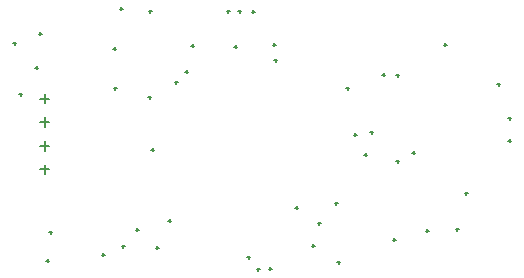
<source format=gbr>
G04*
G04 #@! TF.GenerationSoftware,Altium Limited,Altium Designer,23.0.1 (38)*
G04*
G04 Layer_Color=128*
%FSLAX25Y25*%
%MOIN*%
G70*
G04*
G04 #@! TF.SameCoordinates,8F8842E6-A163-4070-9E61-B2F925759E80*
G04*
G04*
G04 #@! TF.FilePolarity,Positive*
G04*
G01*
G75*
%ADD13C,0.00500*%
D13*
X320425Y238000D02*
X323575D01*
X322000Y236425D02*
Y239575D01*
X320425Y245874D02*
X323575D01*
X322000Y244299D02*
Y247449D01*
X320425Y253748D02*
X323575D01*
X322000Y252173D02*
Y255323D01*
X320425Y261622D02*
X323575D01*
X322000Y260047D02*
Y263197D01*
X389500Y208800D02*
X390500D01*
X390000Y208300D02*
Y209300D01*
X391000Y290623D02*
X392000D01*
X391500Y290123D02*
Y291123D01*
X365456Y267084D02*
X366456D01*
X365955Y266584D02*
Y267584D01*
X368868Y270637D02*
X369868D01*
X369368Y270137D02*
Y271137D01*
X392650Y204768D02*
X393650D01*
X393150Y204269D02*
Y205269D01*
X322500Y207500D02*
X323500D01*
X323000Y207000D02*
Y208000D01*
X419500Y207000D02*
X420500D01*
X420000Y206500D02*
Y207500D01*
X318837Y271837D02*
X319837D01*
X319337Y271337D02*
Y272337D01*
X320093Y283260D02*
X321093D01*
X320593Y282759D02*
Y283759D01*
X398000Y279500D02*
X399000D01*
X398500Y279000D02*
Y280000D01*
X398602Y274398D02*
X399602D01*
X399102Y273898D02*
Y274898D01*
X357500Y244500D02*
X358500D01*
X358000Y244000D02*
Y245000D01*
X352335Y217835D02*
X353335D01*
X352835Y217335D02*
Y218335D01*
X422500Y265000D02*
X423500D01*
X423000Y264500D02*
Y265500D01*
X455000Y279500D02*
X456000D01*
X455500Y279000D02*
Y280000D01*
X439240Y240760D02*
X440240D01*
X439740Y240260D02*
Y241260D01*
X430593Y250448D02*
X431593D01*
X431093Y249948D02*
Y250948D01*
X428500Y242900D02*
X429500D01*
X429000Y242400D02*
Y243400D01*
X370849Y279207D02*
X371849D01*
X371349Y278707D02*
Y279707D01*
X385230Y278945D02*
X386230D01*
X385730Y278446D02*
Y279446D01*
X356500Y262000D02*
X357500D01*
X357000Y261500D02*
Y262500D01*
X345000Y265000D02*
X346000D01*
X345500Y264500D02*
Y265500D01*
X356750Y290750D02*
X357750D01*
X357250Y290250D02*
Y291250D01*
X405500Y225251D02*
X406500D01*
X406000Y224751D02*
Y225751D01*
X358987Y211885D02*
X359987D01*
X359487Y211385D02*
Y212385D01*
X396676Y204969D02*
X397676D01*
X397176Y204468D02*
Y205469D01*
X413000Y220000D02*
X414000D01*
X413500Y219500D02*
Y220500D01*
X411000Y212500D02*
X412000D01*
X411500Y212000D02*
Y213000D01*
X363204Y220850D02*
X364204D01*
X363704Y220350D02*
Y221350D01*
X323500Y217000D02*
X324500D01*
X324000Y216500D02*
Y217500D01*
X418773Y226727D02*
X419773D01*
X419273Y226227D02*
Y227227D01*
X347667Y212333D02*
X348667D01*
X348167Y211833D02*
Y212833D01*
X425000Y249500D02*
X426000D01*
X425500Y249000D02*
Y250000D01*
X434500Y269500D02*
X435500D01*
X435000Y269000D02*
Y270000D01*
X347000Y291500D02*
X348000D01*
X347500Y291000D02*
Y292000D01*
X439200Y269409D02*
X440200D01*
X439700Y268909D02*
Y269909D01*
X444547Y243547D02*
X445547D01*
X445047Y243047D02*
Y244047D01*
X313500Y263000D02*
X314500D01*
X314000Y262500D02*
Y263500D01*
X438000Y214500D02*
X439000D01*
X438500Y214000D02*
Y215000D01*
X386500Y290750D02*
X387500D01*
X387000Y290250D02*
Y291250D01*
X382750Y290750D02*
X383750D01*
X383250Y290250D02*
Y291250D01*
X311539Y280039D02*
X312539D01*
X312039Y279539D02*
Y280539D01*
X341000Y209500D02*
X342000D01*
X341500Y209000D02*
Y210000D01*
X476500Y255000D02*
X477500D01*
X477000Y254500D02*
Y255500D01*
X472904Y266325D02*
X473904D01*
X473404Y265825D02*
Y266825D01*
X344853Y278146D02*
X345853D01*
X345354Y277646D02*
Y278646D01*
X476500Y247500D02*
X477500D01*
X477000Y247000D02*
Y248000D01*
X459000Y218000D02*
X460000D01*
X459500Y217500D02*
Y218500D01*
X449000Y217500D02*
X450000D01*
X449500Y217000D02*
Y218000D01*
X462000Y230000D02*
X463000D01*
X462500Y229500D02*
Y230500D01*
M02*

</source>
